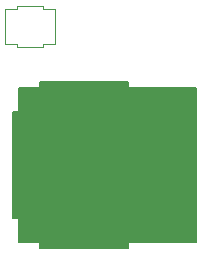
<source format=gbr>
G04*
G04 #@! TF.GenerationSoftware,Altium Limited,Altium Designer,23.0.1 (38)*
G04*
G04 Layer_Color=32768*
%FSLAX25Y25*%
%MOIN*%
G70*
G04*
G04 #@! TF.SameCoordinates,8278F28E-5B15-4BE8-8149-663F5D52C5DE*
G04*
G04*
G04 #@! TF.FilePolarity,Positive*
G04*
G01*
G75*
%ADD12C,0.00600*%
%ADD80C,0.00197*%
G36*
X165550Y83600D02*
X142900D01*
Y85590D01*
X113360D01*
Y83600D01*
X106450D01*
Y75725D01*
X104475D01*
Y40275D01*
X106450D01*
Y32400D01*
X113360D01*
Y30410D01*
X142900D01*
Y32400D01*
X165550D01*
Y83600D01*
D02*
G37*
D12*
Y32400D02*
Y83600D01*
X142900Y32400D02*
X165550D01*
X142900Y30410D02*
Y32400D01*
X113360Y30410D02*
X142900D01*
X113360D02*
Y32400D01*
X106450D02*
X113360D01*
X106450D02*
Y40275D01*
X104475D02*
X106450D01*
X104475D02*
Y75725D01*
X106450D01*
Y83600D01*
X113360D01*
Y85590D01*
X142900D01*
Y83600D02*
Y85590D01*
Y83600D02*
X165550D01*
D80*
X101791Y110165D02*
X105650D01*
Y111150D01*
X114547D01*
Y110165D02*
Y111150D01*
Y110165D02*
X118405D01*
X114547Y98354D02*
X118405D01*
X114547Y97370D02*
Y98354D01*
X105650Y97370D02*
X114547D01*
X105650D02*
Y98354D01*
X101791D02*
X105650D01*
X101791D02*
Y110165D01*
X118405Y98354D02*
Y110165D01*
M02*

</source>
